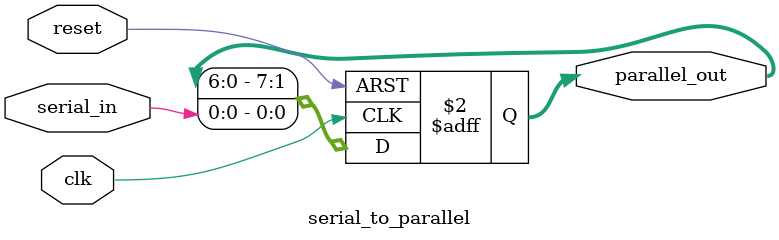
<source format=v>
module serial_to_parallel (
    input clk, reset, serial_in,
    output reg [7:0] parallel_out
);
    always @(posedge clk or posedge reset) begin
        if (reset)
            parallel_out <= 0;
        else
            parallel_out <= {parallel_out[6:0], serial_in};
    end
endmodule

</source>
